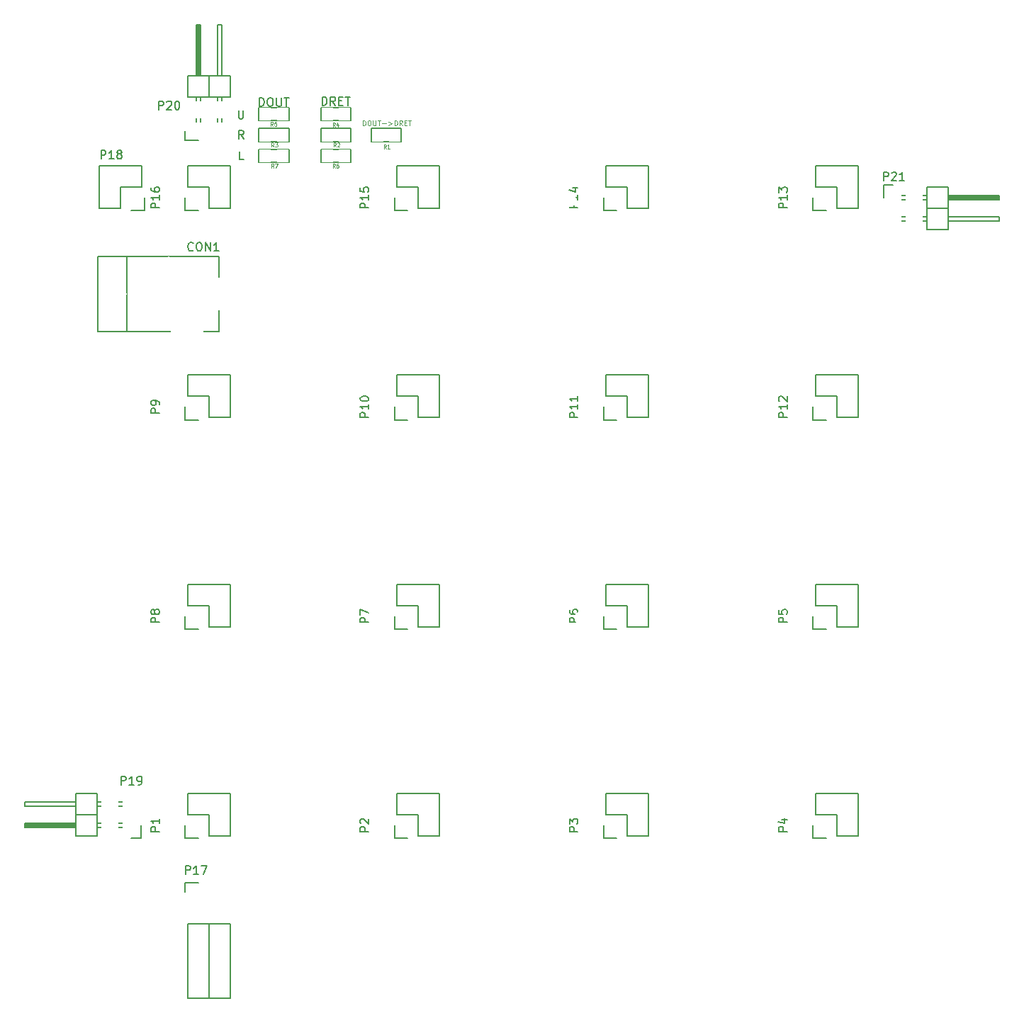
<source format=gto>
G04 #@! TF.FileFunction,Legend,Top*
%FSLAX46Y46*%
G04 Gerber Fmt 4.6, Leading zero omitted, Abs format (unit mm)*
G04 Created by KiCad (PCBNEW 4.0.1-stable) date 2016/01/09 18:54:27*
%MOMM*%
G01*
G04 APERTURE LIST*
%ADD10C,0.100000*%
%ADD11C,0.200000*%
%ADD12C,0.150000*%
%ADD13C,0.114300*%
%ADD14R,3.900120X3.900120*%
%ADD15R,2.127200X2.127200*%
%ADD16O,2.127200X2.127200*%
%ADD17C,4.900000*%
%ADD18R,1.400000X1.543000*%
%ADD19C,1.600000*%
%ADD20C,1.000000*%
G04 APERTURE END LIST*
D10*
X72142858Y-38871429D02*
X72142858Y-38271429D01*
X72285715Y-38271429D01*
X72371430Y-38300000D01*
X72428572Y-38357143D01*
X72457144Y-38414286D01*
X72485715Y-38528571D01*
X72485715Y-38614286D01*
X72457144Y-38728571D01*
X72428572Y-38785714D01*
X72371430Y-38842857D01*
X72285715Y-38871429D01*
X72142858Y-38871429D01*
X72857144Y-38271429D02*
X72971430Y-38271429D01*
X73028572Y-38300000D01*
X73085715Y-38357143D01*
X73114287Y-38471429D01*
X73114287Y-38671429D01*
X73085715Y-38785714D01*
X73028572Y-38842857D01*
X72971430Y-38871429D01*
X72857144Y-38871429D01*
X72800001Y-38842857D01*
X72742858Y-38785714D01*
X72714287Y-38671429D01*
X72714287Y-38471429D01*
X72742858Y-38357143D01*
X72800001Y-38300000D01*
X72857144Y-38271429D01*
X73371429Y-38271429D02*
X73371429Y-38757143D01*
X73400001Y-38814286D01*
X73428572Y-38842857D01*
X73485715Y-38871429D01*
X73600001Y-38871429D01*
X73657143Y-38842857D01*
X73685715Y-38814286D01*
X73714286Y-38757143D01*
X73714286Y-38271429D01*
X73914286Y-38271429D02*
X74257143Y-38271429D01*
X74085714Y-38871429D02*
X74085714Y-38271429D01*
X74457143Y-38642857D02*
X74914286Y-38642857D01*
X75200000Y-38471429D02*
X75657143Y-38642857D01*
X75200000Y-38814286D01*
X75942857Y-38871429D02*
X75942857Y-38271429D01*
X76085714Y-38271429D01*
X76171429Y-38300000D01*
X76228571Y-38357143D01*
X76257143Y-38414286D01*
X76285714Y-38528571D01*
X76285714Y-38614286D01*
X76257143Y-38728571D01*
X76228571Y-38785714D01*
X76171429Y-38842857D01*
X76085714Y-38871429D01*
X75942857Y-38871429D01*
X76885714Y-38871429D02*
X76685714Y-38585714D01*
X76542857Y-38871429D02*
X76542857Y-38271429D01*
X76771429Y-38271429D01*
X76828571Y-38300000D01*
X76857143Y-38328571D01*
X76885714Y-38385714D01*
X76885714Y-38471429D01*
X76857143Y-38528571D01*
X76828571Y-38557143D01*
X76771429Y-38585714D01*
X76542857Y-38585714D01*
X77142857Y-38557143D02*
X77342857Y-38557143D01*
X77428571Y-38871429D02*
X77142857Y-38871429D01*
X77142857Y-38271429D01*
X77428571Y-38271429D01*
X77600000Y-38271429D02*
X77942857Y-38271429D01*
X77771428Y-38871429D02*
X77771428Y-38271429D01*
D11*
X67304762Y-36452381D02*
X67304762Y-35452381D01*
X67542857Y-35452381D01*
X67685715Y-35500000D01*
X67780953Y-35595238D01*
X67828572Y-35690476D01*
X67876191Y-35880952D01*
X67876191Y-36023810D01*
X67828572Y-36214286D01*
X67780953Y-36309524D01*
X67685715Y-36404762D01*
X67542857Y-36452381D01*
X67304762Y-36452381D01*
X68876191Y-36452381D02*
X68542857Y-35976190D01*
X68304762Y-36452381D02*
X68304762Y-35452381D01*
X68685715Y-35452381D01*
X68780953Y-35500000D01*
X68828572Y-35547619D01*
X68876191Y-35642857D01*
X68876191Y-35785714D01*
X68828572Y-35880952D01*
X68780953Y-35928571D01*
X68685715Y-35976190D01*
X68304762Y-35976190D01*
X69304762Y-35928571D02*
X69638096Y-35928571D01*
X69780953Y-36452381D02*
X69304762Y-36452381D01*
X69304762Y-35452381D01*
X69780953Y-35452381D01*
X70066667Y-35452381D02*
X70638096Y-35452381D01*
X70352381Y-36452381D02*
X70352381Y-35452381D01*
X59809524Y-36552381D02*
X59809524Y-35552381D01*
X60047619Y-35552381D01*
X60190477Y-35600000D01*
X60285715Y-35695238D01*
X60333334Y-35790476D01*
X60380953Y-35980952D01*
X60380953Y-36123810D01*
X60333334Y-36314286D01*
X60285715Y-36409524D01*
X60190477Y-36504762D01*
X60047619Y-36552381D01*
X59809524Y-36552381D01*
X61000000Y-35552381D02*
X61190477Y-35552381D01*
X61285715Y-35600000D01*
X61380953Y-35695238D01*
X61428572Y-35885714D01*
X61428572Y-36219048D01*
X61380953Y-36409524D01*
X61285715Y-36504762D01*
X61190477Y-36552381D01*
X61000000Y-36552381D01*
X60904762Y-36504762D01*
X60809524Y-36409524D01*
X60761905Y-36219048D01*
X60761905Y-35885714D01*
X60809524Y-35695238D01*
X60904762Y-35600000D01*
X61000000Y-35552381D01*
X61857143Y-35552381D02*
X61857143Y-36361905D01*
X61904762Y-36457143D01*
X61952381Y-36504762D01*
X62047619Y-36552381D01*
X62238096Y-36552381D01*
X62333334Y-36504762D01*
X62380953Y-36457143D01*
X62428572Y-36361905D01*
X62428572Y-35552381D01*
X62761905Y-35552381D02*
X63333334Y-35552381D01*
X63047619Y-36552381D02*
X63047619Y-35552381D01*
X57909524Y-42952381D02*
X57433333Y-42952381D01*
X57433333Y-41952381D01*
X57909524Y-40452381D02*
X57576190Y-39976190D01*
X57338095Y-40452381D02*
X57338095Y-39452381D01*
X57719048Y-39452381D01*
X57814286Y-39500000D01*
X57861905Y-39547619D01*
X57909524Y-39642857D01*
X57909524Y-39785714D01*
X57861905Y-39880952D01*
X57814286Y-39928571D01*
X57719048Y-39976190D01*
X57338095Y-39976190D01*
X57314286Y-37052381D02*
X57314286Y-37861905D01*
X57361905Y-37957143D01*
X57409524Y-38004762D01*
X57504762Y-38052381D01*
X57695239Y-38052381D01*
X57790477Y-38004762D01*
X57838096Y-37957143D01*
X57885715Y-37861905D01*
X57885715Y-37052381D01*
D12*
X43999500Y-54499120D02*
X43999500Y-63500880D01*
X40499380Y-54499120D02*
X40499380Y-63500880D01*
X40499380Y-63500880D02*
X55000240Y-63500880D01*
X55000240Y-63500880D02*
X55000240Y-54499120D01*
X55000240Y-54499120D02*
X40499380Y-54499120D01*
X52500000Y-124050000D02*
X50950000Y-124050000D01*
X50950000Y-122500000D02*
X50950000Y-124050000D01*
X53770000Y-123770000D02*
X53770000Y-121230000D01*
X53770000Y-121230000D02*
X51230000Y-121230000D01*
X51230000Y-121230000D02*
X51230000Y-118690000D01*
X51230000Y-118690000D02*
X56310000Y-118690000D01*
X56310000Y-118690000D02*
X56310000Y-123770000D01*
X56310000Y-123770000D02*
X53770000Y-123770000D01*
X77500000Y-124050000D02*
X75950000Y-124050000D01*
X75950000Y-122500000D02*
X75950000Y-124050000D01*
X78770000Y-123770000D02*
X78770000Y-121230000D01*
X78770000Y-121230000D02*
X76230000Y-121230000D01*
X76230000Y-121230000D02*
X76230000Y-118690000D01*
X76230000Y-118690000D02*
X81310000Y-118690000D01*
X81310000Y-118690000D02*
X81310000Y-123770000D01*
X81310000Y-123770000D02*
X78770000Y-123770000D01*
X102500000Y-124050000D02*
X100950000Y-124050000D01*
X100950000Y-122500000D02*
X100950000Y-124050000D01*
X103770000Y-123770000D02*
X103770000Y-121230000D01*
X103770000Y-121230000D02*
X101230000Y-121230000D01*
X101230000Y-121230000D02*
X101230000Y-118690000D01*
X101230000Y-118690000D02*
X106310000Y-118690000D01*
X106310000Y-118690000D02*
X106310000Y-123770000D01*
X106310000Y-123770000D02*
X103770000Y-123770000D01*
X127500000Y-124050000D02*
X125950000Y-124050000D01*
X125950000Y-122500000D02*
X125950000Y-124050000D01*
X128770000Y-123770000D02*
X128770000Y-121230000D01*
X128770000Y-121230000D02*
X126230000Y-121230000D01*
X126230000Y-121230000D02*
X126230000Y-118690000D01*
X126230000Y-118690000D02*
X131310000Y-118690000D01*
X131310000Y-118690000D02*
X131310000Y-123770000D01*
X131310000Y-123770000D02*
X128770000Y-123770000D01*
X127500000Y-99050000D02*
X125950000Y-99050000D01*
X125950000Y-97500000D02*
X125950000Y-99050000D01*
X128770000Y-98770000D02*
X128770000Y-96230000D01*
X128770000Y-96230000D02*
X126230000Y-96230000D01*
X126230000Y-96230000D02*
X126230000Y-93690000D01*
X126230000Y-93690000D02*
X131310000Y-93690000D01*
X131310000Y-93690000D02*
X131310000Y-98770000D01*
X131310000Y-98770000D02*
X128770000Y-98770000D01*
X102500000Y-99050000D02*
X100950000Y-99050000D01*
X100950000Y-97500000D02*
X100950000Y-99050000D01*
X103770000Y-98770000D02*
X103770000Y-96230000D01*
X103770000Y-96230000D02*
X101230000Y-96230000D01*
X101230000Y-96230000D02*
X101230000Y-93690000D01*
X101230000Y-93690000D02*
X106310000Y-93690000D01*
X106310000Y-93690000D02*
X106310000Y-98770000D01*
X106310000Y-98770000D02*
X103770000Y-98770000D01*
X77500000Y-99050000D02*
X75950000Y-99050000D01*
X75950000Y-97500000D02*
X75950000Y-99050000D01*
X78770000Y-98770000D02*
X78770000Y-96230000D01*
X78770000Y-96230000D02*
X76230000Y-96230000D01*
X76230000Y-96230000D02*
X76230000Y-93690000D01*
X76230000Y-93690000D02*
X81310000Y-93690000D01*
X81310000Y-93690000D02*
X81310000Y-98770000D01*
X81310000Y-98770000D02*
X78770000Y-98770000D01*
X52500000Y-99050000D02*
X50950000Y-99050000D01*
X50950000Y-97500000D02*
X50950000Y-99050000D01*
X53770000Y-98770000D02*
X53770000Y-96230000D01*
X53770000Y-96230000D02*
X51230000Y-96230000D01*
X51230000Y-96230000D02*
X51230000Y-93690000D01*
X51230000Y-93690000D02*
X56310000Y-93690000D01*
X56310000Y-93690000D02*
X56310000Y-98770000D01*
X56310000Y-98770000D02*
X53770000Y-98770000D01*
X52500000Y-74050000D02*
X50950000Y-74050000D01*
X50950000Y-72500000D02*
X50950000Y-74050000D01*
X53770000Y-73770000D02*
X53770000Y-71230000D01*
X53770000Y-71230000D02*
X51230000Y-71230000D01*
X51230000Y-71230000D02*
X51230000Y-68690000D01*
X51230000Y-68690000D02*
X56310000Y-68690000D01*
X56310000Y-68690000D02*
X56310000Y-73770000D01*
X56310000Y-73770000D02*
X53770000Y-73770000D01*
X77500000Y-74050000D02*
X75950000Y-74050000D01*
X75950000Y-72500000D02*
X75950000Y-74050000D01*
X78770000Y-73770000D02*
X78770000Y-71230000D01*
X78770000Y-71230000D02*
X76230000Y-71230000D01*
X76230000Y-71230000D02*
X76230000Y-68690000D01*
X76230000Y-68690000D02*
X81310000Y-68690000D01*
X81310000Y-68690000D02*
X81310000Y-73770000D01*
X81310000Y-73770000D02*
X78770000Y-73770000D01*
X102500000Y-74050000D02*
X100950000Y-74050000D01*
X100950000Y-72500000D02*
X100950000Y-74050000D01*
X103770000Y-73770000D02*
X103770000Y-71230000D01*
X103770000Y-71230000D02*
X101230000Y-71230000D01*
X101230000Y-71230000D02*
X101230000Y-68690000D01*
X101230000Y-68690000D02*
X106310000Y-68690000D01*
X106310000Y-68690000D02*
X106310000Y-73770000D01*
X106310000Y-73770000D02*
X103770000Y-73770000D01*
X127500000Y-74050000D02*
X125950000Y-74050000D01*
X125950000Y-72500000D02*
X125950000Y-74050000D01*
X128770000Y-73770000D02*
X128770000Y-71230000D01*
X128770000Y-71230000D02*
X126230000Y-71230000D01*
X126230000Y-71230000D02*
X126230000Y-68690000D01*
X126230000Y-68690000D02*
X131310000Y-68690000D01*
X131310000Y-68690000D02*
X131310000Y-73770000D01*
X131310000Y-73770000D02*
X128770000Y-73770000D01*
X127500000Y-49050000D02*
X125950000Y-49050000D01*
X125950000Y-47500000D02*
X125950000Y-49050000D01*
X128770000Y-48770000D02*
X128770000Y-46230000D01*
X128770000Y-46230000D02*
X126230000Y-46230000D01*
X126230000Y-46230000D02*
X126230000Y-43690000D01*
X126230000Y-43690000D02*
X131310000Y-43690000D01*
X131310000Y-43690000D02*
X131310000Y-48770000D01*
X131310000Y-48770000D02*
X128770000Y-48770000D01*
X102500000Y-49050000D02*
X100950000Y-49050000D01*
X100950000Y-47500000D02*
X100950000Y-49050000D01*
X103770000Y-48770000D02*
X103770000Y-46230000D01*
X103770000Y-46230000D02*
X101230000Y-46230000D01*
X101230000Y-46230000D02*
X101230000Y-43690000D01*
X101230000Y-43690000D02*
X106310000Y-43690000D01*
X106310000Y-43690000D02*
X106310000Y-48770000D01*
X106310000Y-48770000D02*
X103770000Y-48770000D01*
X77500000Y-49050000D02*
X75950000Y-49050000D01*
X75950000Y-47500000D02*
X75950000Y-49050000D01*
X78770000Y-48770000D02*
X78770000Y-46230000D01*
X78770000Y-46230000D02*
X76230000Y-46230000D01*
X76230000Y-46230000D02*
X76230000Y-43690000D01*
X76230000Y-43690000D02*
X81310000Y-43690000D01*
X81310000Y-43690000D02*
X81310000Y-48770000D01*
X81310000Y-48770000D02*
X78770000Y-48770000D01*
X52500000Y-49050000D02*
X50950000Y-49050000D01*
X50950000Y-47500000D02*
X50950000Y-49050000D01*
X53770000Y-48770000D02*
X53770000Y-46230000D01*
X53770000Y-46230000D02*
X51230000Y-46230000D01*
X51230000Y-46230000D02*
X51230000Y-43690000D01*
X51230000Y-43690000D02*
X56310000Y-43690000D01*
X56310000Y-43690000D02*
X56310000Y-48770000D01*
X56310000Y-48770000D02*
X53770000Y-48770000D01*
X56310000Y-143140000D02*
X56310000Y-134310000D01*
X53770000Y-143140000D02*
X56310000Y-143140000D01*
X53770000Y-134310000D02*
X56310000Y-134310000D01*
X56310000Y-134310000D02*
X56310000Y-143140000D01*
X53770000Y-134310000D02*
X53770000Y-143140000D01*
X51230000Y-134310000D02*
X53770000Y-134310000D01*
X52500000Y-129350000D02*
X50950000Y-129350000D01*
X50950000Y-129350000D02*
X50950000Y-130500000D01*
X51230000Y-134310000D02*
X51230000Y-143140000D01*
X51230000Y-143140000D02*
X53770000Y-143140000D01*
X53770000Y-143140000D02*
X53770000Y-134310000D01*
X46050000Y-49050000D02*
X46050000Y-47500000D01*
X44500000Y-49050000D02*
X46050000Y-49050000D01*
X44500000Y-49050000D02*
X46050000Y-49050000D01*
X43230000Y-48770000D02*
X43230000Y-46230000D01*
X43230000Y-46230000D02*
X45770000Y-46230000D01*
X45770000Y-46230000D02*
X45770000Y-43690000D01*
X45770000Y-43690000D02*
X40690000Y-43690000D01*
X40690000Y-43690000D02*
X40690000Y-48770000D01*
X40690000Y-48770000D02*
X43230000Y-48770000D01*
X42976000Y-119706000D02*
X43484000Y-119706000D01*
X42976000Y-120214000D02*
X43484000Y-120214000D01*
X42976000Y-122246000D02*
X43484000Y-122246000D01*
X42976000Y-122754000D02*
X43484000Y-122754000D01*
X40436000Y-122754000D02*
X40944000Y-122754000D01*
X40436000Y-122246000D02*
X40944000Y-122246000D01*
X40436000Y-120214000D02*
X40944000Y-120214000D01*
X40436000Y-119706000D02*
X40944000Y-119706000D01*
X44500000Y-124050000D02*
X45650000Y-124050000D01*
X45650000Y-124050000D02*
X45650000Y-122500000D01*
X37896000Y-122627000D02*
X31927000Y-122627000D01*
X31927000Y-122627000D02*
X31927000Y-122373000D01*
X31927000Y-122373000D02*
X37769000Y-122373000D01*
X37769000Y-122373000D02*
X37769000Y-122500000D01*
X37769000Y-122500000D02*
X31927000Y-122500000D01*
X40436000Y-118690000D02*
X37896000Y-118690000D01*
X40436000Y-121230000D02*
X37896000Y-121230000D01*
X40436000Y-121230000D02*
X40436000Y-118690000D01*
X40436000Y-118690000D02*
X37896000Y-118690000D01*
X37896000Y-120214000D02*
X31800000Y-120214000D01*
X31800000Y-120214000D02*
X31800000Y-119706000D01*
X31800000Y-119706000D02*
X37896000Y-119706000D01*
X37896000Y-118690000D02*
X37896000Y-121230000D01*
X37896000Y-121230000D02*
X37896000Y-123770000D01*
X31800000Y-122246000D02*
X37896000Y-122246000D01*
X31800000Y-122754000D02*
X31800000Y-122246000D01*
X37896000Y-122754000D02*
X31800000Y-122754000D01*
X40436000Y-121230000D02*
X37896000Y-121230000D01*
X40436000Y-123770000D02*
X40436000Y-121230000D01*
X40436000Y-123770000D02*
X37896000Y-123770000D01*
X55294000Y-37976000D02*
X55294000Y-38484000D01*
X54786000Y-37976000D02*
X54786000Y-38484000D01*
X52754000Y-37976000D02*
X52754000Y-38484000D01*
X52246000Y-37976000D02*
X52246000Y-38484000D01*
X52246000Y-35436000D02*
X52246000Y-35944000D01*
X52754000Y-35436000D02*
X52754000Y-35944000D01*
X54786000Y-35436000D02*
X54786000Y-35944000D01*
X55294000Y-35436000D02*
X55294000Y-35944000D01*
X50950000Y-39500000D02*
X50950000Y-40650000D01*
X50950000Y-40650000D02*
X52500000Y-40650000D01*
X52373000Y-32896000D02*
X52373000Y-26927000D01*
X52373000Y-26927000D02*
X52627000Y-26927000D01*
X52627000Y-26927000D02*
X52627000Y-32769000D01*
X52627000Y-32769000D02*
X52500000Y-32769000D01*
X52500000Y-32769000D02*
X52500000Y-26927000D01*
X56310000Y-35436000D02*
X56310000Y-32896000D01*
X53770000Y-35436000D02*
X53770000Y-32896000D01*
X53770000Y-35436000D02*
X56310000Y-35436000D01*
X56310000Y-35436000D02*
X56310000Y-32896000D01*
X54786000Y-32896000D02*
X54786000Y-26800000D01*
X54786000Y-26800000D02*
X55294000Y-26800000D01*
X55294000Y-26800000D02*
X55294000Y-32896000D01*
X56310000Y-32896000D02*
X53770000Y-32896000D01*
X53770000Y-32896000D02*
X51230000Y-32896000D01*
X52754000Y-26800000D02*
X52754000Y-32896000D01*
X52246000Y-26800000D02*
X52754000Y-26800000D01*
X52246000Y-32896000D02*
X52246000Y-26800000D01*
X53770000Y-35436000D02*
X53770000Y-32896000D01*
X51230000Y-35436000D02*
X53770000Y-35436000D01*
X51230000Y-35436000D02*
X51230000Y-32896000D01*
X137024000Y-50294000D02*
X136516000Y-50294000D01*
X137024000Y-49786000D02*
X136516000Y-49786000D01*
X137024000Y-47754000D02*
X136516000Y-47754000D01*
X137024000Y-47246000D02*
X136516000Y-47246000D01*
X139564000Y-47246000D02*
X139056000Y-47246000D01*
X139564000Y-47754000D02*
X139056000Y-47754000D01*
X139564000Y-49786000D02*
X139056000Y-49786000D01*
X139564000Y-50294000D02*
X139056000Y-50294000D01*
X135500000Y-45950000D02*
X134350000Y-45950000D01*
X134350000Y-45950000D02*
X134350000Y-47500000D01*
X142104000Y-47373000D02*
X148073000Y-47373000D01*
X148073000Y-47373000D02*
X148073000Y-47627000D01*
X148073000Y-47627000D02*
X142231000Y-47627000D01*
X142231000Y-47627000D02*
X142231000Y-47500000D01*
X142231000Y-47500000D02*
X148073000Y-47500000D01*
X139564000Y-51310000D02*
X142104000Y-51310000D01*
X139564000Y-48770000D02*
X142104000Y-48770000D01*
X139564000Y-48770000D02*
X139564000Y-51310000D01*
X139564000Y-51310000D02*
X142104000Y-51310000D01*
X142104000Y-49786000D02*
X148200000Y-49786000D01*
X148200000Y-49786000D02*
X148200000Y-50294000D01*
X148200000Y-50294000D02*
X142104000Y-50294000D01*
X142104000Y-51310000D02*
X142104000Y-48770000D01*
X142104000Y-48770000D02*
X142104000Y-46230000D01*
X148200000Y-47754000D02*
X142104000Y-47754000D01*
X148200000Y-47246000D02*
X148200000Y-47754000D01*
X142104000Y-47246000D02*
X148200000Y-47246000D01*
X139564000Y-48770000D02*
X142104000Y-48770000D01*
X139564000Y-46230000D02*
X139564000Y-48770000D01*
X139564000Y-46230000D02*
X142104000Y-46230000D01*
X76750000Y-40800000D02*
X73150000Y-40800000D01*
X73150000Y-40800000D02*
X73150000Y-39200000D01*
X73150000Y-39200000D02*
X76750000Y-39200000D01*
X76750000Y-39200000D02*
X76750000Y-40800000D01*
X70750000Y-40800000D02*
X67150000Y-40800000D01*
X67150000Y-40800000D02*
X67150000Y-39200000D01*
X67150000Y-39200000D02*
X70750000Y-39200000D01*
X70750000Y-39200000D02*
X70750000Y-40800000D01*
X59750000Y-39200000D02*
X63350000Y-39200000D01*
X63350000Y-39200000D02*
X63350000Y-40800000D01*
X63350000Y-40800000D02*
X59750000Y-40800000D01*
X59750000Y-40800000D02*
X59750000Y-39200000D01*
X70750000Y-38300000D02*
X67150000Y-38300000D01*
X67150000Y-38300000D02*
X67150000Y-36700000D01*
X67150000Y-36700000D02*
X70750000Y-36700000D01*
X70750000Y-36700000D02*
X70750000Y-38300000D01*
X59750000Y-36700000D02*
X63350000Y-36700000D01*
X63350000Y-36700000D02*
X63350000Y-38300000D01*
X63350000Y-38300000D02*
X59750000Y-38300000D01*
X59750000Y-38300000D02*
X59750000Y-36700000D01*
X70750000Y-43300000D02*
X67150000Y-43300000D01*
X67150000Y-43300000D02*
X67150000Y-41700000D01*
X67150000Y-41700000D02*
X70750000Y-41700000D01*
X70750000Y-41700000D02*
X70750000Y-43300000D01*
X59750000Y-41700000D02*
X63350000Y-41700000D01*
X63350000Y-41700000D02*
X63350000Y-43300000D01*
X63350000Y-43300000D02*
X59750000Y-43300000D01*
X59750000Y-43300000D02*
X59750000Y-41700000D01*
X51885715Y-53757143D02*
X51838096Y-53804762D01*
X51695239Y-53852381D01*
X51600001Y-53852381D01*
X51457143Y-53804762D01*
X51361905Y-53709524D01*
X51314286Y-53614286D01*
X51266667Y-53423810D01*
X51266667Y-53280952D01*
X51314286Y-53090476D01*
X51361905Y-52995238D01*
X51457143Y-52900000D01*
X51600001Y-52852381D01*
X51695239Y-52852381D01*
X51838096Y-52900000D01*
X51885715Y-52947619D01*
X52504762Y-52852381D02*
X52695239Y-52852381D01*
X52790477Y-52900000D01*
X52885715Y-52995238D01*
X52933334Y-53185714D01*
X52933334Y-53519048D01*
X52885715Y-53709524D01*
X52790477Y-53804762D01*
X52695239Y-53852381D01*
X52504762Y-53852381D01*
X52409524Y-53804762D01*
X52314286Y-53709524D01*
X52266667Y-53519048D01*
X52266667Y-53185714D01*
X52314286Y-52995238D01*
X52409524Y-52900000D01*
X52504762Y-52852381D01*
X53361905Y-53852381D02*
X53361905Y-52852381D01*
X53933334Y-53852381D01*
X53933334Y-52852381D01*
X54933334Y-53852381D02*
X54361905Y-53852381D01*
X54647619Y-53852381D02*
X54647619Y-52852381D01*
X54552381Y-52995238D01*
X54457143Y-53090476D01*
X54361905Y-53138095D01*
X47852381Y-123238095D02*
X46852381Y-123238095D01*
X46852381Y-122857142D01*
X46900000Y-122761904D01*
X46947619Y-122714285D01*
X47042857Y-122666666D01*
X47185714Y-122666666D01*
X47280952Y-122714285D01*
X47328571Y-122761904D01*
X47376190Y-122857142D01*
X47376190Y-123238095D01*
X47852381Y-121714285D02*
X47852381Y-122285714D01*
X47852381Y-122000000D02*
X46852381Y-122000000D01*
X46995238Y-122095238D01*
X47090476Y-122190476D01*
X47138095Y-122285714D01*
X72852381Y-123238095D02*
X71852381Y-123238095D01*
X71852381Y-122857142D01*
X71900000Y-122761904D01*
X71947619Y-122714285D01*
X72042857Y-122666666D01*
X72185714Y-122666666D01*
X72280952Y-122714285D01*
X72328571Y-122761904D01*
X72376190Y-122857142D01*
X72376190Y-123238095D01*
X71947619Y-122285714D02*
X71900000Y-122238095D01*
X71852381Y-122142857D01*
X71852381Y-121904761D01*
X71900000Y-121809523D01*
X71947619Y-121761904D01*
X72042857Y-121714285D01*
X72138095Y-121714285D01*
X72280952Y-121761904D01*
X72852381Y-122333333D01*
X72852381Y-121714285D01*
X97852381Y-123238095D02*
X96852381Y-123238095D01*
X96852381Y-122857142D01*
X96900000Y-122761904D01*
X96947619Y-122714285D01*
X97042857Y-122666666D01*
X97185714Y-122666666D01*
X97280952Y-122714285D01*
X97328571Y-122761904D01*
X97376190Y-122857142D01*
X97376190Y-123238095D01*
X96852381Y-122333333D02*
X96852381Y-121714285D01*
X97233333Y-122047619D01*
X97233333Y-121904761D01*
X97280952Y-121809523D01*
X97328571Y-121761904D01*
X97423810Y-121714285D01*
X97661905Y-121714285D01*
X97757143Y-121761904D01*
X97804762Y-121809523D01*
X97852381Y-121904761D01*
X97852381Y-122190476D01*
X97804762Y-122285714D01*
X97757143Y-122333333D01*
X122852381Y-123238095D02*
X121852381Y-123238095D01*
X121852381Y-122857142D01*
X121900000Y-122761904D01*
X121947619Y-122714285D01*
X122042857Y-122666666D01*
X122185714Y-122666666D01*
X122280952Y-122714285D01*
X122328571Y-122761904D01*
X122376190Y-122857142D01*
X122376190Y-123238095D01*
X122185714Y-121809523D02*
X122852381Y-121809523D01*
X121804762Y-122047619D02*
X122519048Y-122285714D01*
X122519048Y-121666666D01*
X122852381Y-98238095D02*
X121852381Y-98238095D01*
X121852381Y-97857142D01*
X121900000Y-97761904D01*
X121947619Y-97714285D01*
X122042857Y-97666666D01*
X122185714Y-97666666D01*
X122280952Y-97714285D01*
X122328571Y-97761904D01*
X122376190Y-97857142D01*
X122376190Y-98238095D01*
X121852381Y-96761904D02*
X121852381Y-97238095D01*
X122328571Y-97285714D01*
X122280952Y-97238095D01*
X122233333Y-97142857D01*
X122233333Y-96904761D01*
X122280952Y-96809523D01*
X122328571Y-96761904D01*
X122423810Y-96714285D01*
X122661905Y-96714285D01*
X122757143Y-96761904D01*
X122804762Y-96809523D01*
X122852381Y-96904761D01*
X122852381Y-97142857D01*
X122804762Y-97238095D01*
X122757143Y-97285714D01*
X97852381Y-98238095D02*
X96852381Y-98238095D01*
X96852381Y-97857142D01*
X96900000Y-97761904D01*
X96947619Y-97714285D01*
X97042857Y-97666666D01*
X97185714Y-97666666D01*
X97280952Y-97714285D01*
X97328571Y-97761904D01*
X97376190Y-97857142D01*
X97376190Y-98238095D01*
X96852381Y-96809523D02*
X96852381Y-97000000D01*
X96900000Y-97095238D01*
X96947619Y-97142857D01*
X97090476Y-97238095D01*
X97280952Y-97285714D01*
X97661905Y-97285714D01*
X97757143Y-97238095D01*
X97804762Y-97190476D01*
X97852381Y-97095238D01*
X97852381Y-96904761D01*
X97804762Y-96809523D01*
X97757143Y-96761904D01*
X97661905Y-96714285D01*
X97423810Y-96714285D01*
X97328571Y-96761904D01*
X97280952Y-96809523D01*
X97233333Y-96904761D01*
X97233333Y-97095238D01*
X97280952Y-97190476D01*
X97328571Y-97238095D01*
X97423810Y-97285714D01*
X72852381Y-98238095D02*
X71852381Y-98238095D01*
X71852381Y-97857142D01*
X71900000Y-97761904D01*
X71947619Y-97714285D01*
X72042857Y-97666666D01*
X72185714Y-97666666D01*
X72280952Y-97714285D01*
X72328571Y-97761904D01*
X72376190Y-97857142D01*
X72376190Y-98238095D01*
X71852381Y-97333333D02*
X71852381Y-96666666D01*
X72852381Y-97095238D01*
X47852381Y-98238095D02*
X46852381Y-98238095D01*
X46852381Y-97857142D01*
X46900000Y-97761904D01*
X46947619Y-97714285D01*
X47042857Y-97666666D01*
X47185714Y-97666666D01*
X47280952Y-97714285D01*
X47328571Y-97761904D01*
X47376190Y-97857142D01*
X47376190Y-98238095D01*
X47280952Y-97095238D02*
X47233333Y-97190476D01*
X47185714Y-97238095D01*
X47090476Y-97285714D01*
X47042857Y-97285714D01*
X46947619Y-97238095D01*
X46900000Y-97190476D01*
X46852381Y-97095238D01*
X46852381Y-96904761D01*
X46900000Y-96809523D01*
X46947619Y-96761904D01*
X47042857Y-96714285D01*
X47090476Y-96714285D01*
X47185714Y-96761904D01*
X47233333Y-96809523D01*
X47280952Y-96904761D01*
X47280952Y-97095238D01*
X47328571Y-97190476D01*
X47376190Y-97238095D01*
X47471429Y-97285714D01*
X47661905Y-97285714D01*
X47757143Y-97238095D01*
X47804762Y-97190476D01*
X47852381Y-97095238D01*
X47852381Y-96904761D01*
X47804762Y-96809523D01*
X47757143Y-96761904D01*
X47661905Y-96714285D01*
X47471429Y-96714285D01*
X47376190Y-96761904D01*
X47328571Y-96809523D01*
X47280952Y-96904761D01*
X47852381Y-73238095D02*
X46852381Y-73238095D01*
X46852381Y-72857142D01*
X46900000Y-72761904D01*
X46947619Y-72714285D01*
X47042857Y-72666666D01*
X47185714Y-72666666D01*
X47280952Y-72714285D01*
X47328571Y-72761904D01*
X47376190Y-72857142D01*
X47376190Y-73238095D01*
X47852381Y-72190476D02*
X47852381Y-72000000D01*
X47804762Y-71904761D01*
X47757143Y-71857142D01*
X47614286Y-71761904D01*
X47423810Y-71714285D01*
X47042857Y-71714285D01*
X46947619Y-71761904D01*
X46900000Y-71809523D01*
X46852381Y-71904761D01*
X46852381Y-72095238D01*
X46900000Y-72190476D01*
X46947619Y-72238095D01*
X47042857Y-72285714D01*
X47280952Y-72285714D01*
X47376190Y-72238095D01*
X47423810Y-72190476D01*
X47471429Y-72095238D01*
X47471429Y-71904761D01*
X47423810Y-71809523D01*
X47376190Y-71761904D01*
X47280952Y-71714285D01*
X72852381Y-73714286D02*
X71852381Y-73714286D01*
X71852381Y-73333333D01*
X71900000Y-73238095D01*
X71947619Y-73190476D01*
X72042857Y-73142857D01*
X72185714Y-73142857D01*
X72280952Y-73190476D01*
X72328571Y-73238095D01*
X72376190Y-73333333D01*
X72376190Y-73714286D01*
X72852381Y-72190476D02*
X72852381Y-72761905D01*
X72852381Y-72476191D02*
X71852381Y-72476191D01*
X71995238Y-72571429D01*
X72090476Y-72666667D01*
X72138095Y-72761905D01*
X71852381Y-71571429D02*
X71852381Y-71476190D01*
X71900000Y-71380952D01*
X71947619Y-71333333D01*
X72042857Y-71285714D01*
X72233333Y-71238095D01*
X72471429Y-71238095D01*
X72661905Y-71285714D01*
X72757143Y-71333333D01*
X72804762Y-71380952D01*
X72852381Y-71476190D01*
X72852381Y-71571429D01*
X72804762Y-71666667D01*
X72757143Y-71714286D01*
X72661905Y-71761905D01*
X72471429Y-71809524D01*
X72233333Y-71809524D01*
X72042857Y-71761905D01*
X71947619Y-71714286D01*
X71900000Y-71666667D01*
X71852381Y-71571429D01*
X97852381Y-73714286D02*
X96852381Y-73714286D01*
X96852381Y-73333333D01*
X96900000Y-73238095D01*
X96947619Y-73190476D01*
X97042857Y-73142857D01*
X97185714Y-73142857D01*
X97280952Y-73190476D01*
X97328571Y-73238095D01*
X97376190Y-73333333D01*
X97376190Y-73714286D01*
X97852381Y-72190476D02*
X97852381Y-72761905D01*
X97852381Y-72476191D02*
X96852381Y-72476191D01*
X96995238Y-72571429D01*
X97090476Y-72666667D01*
X97138095Y-72761905D01*
X97852381Y-71238095D02*
X97852381Y-71809524D01*
X97852381Y-71523810D02*
X96852381Y-71523810D01*
X96995238Y-71619048D01*
X97090476Y-71714286D01*
X97138095Y-71809524D01*
X122852381Y-73714286D02*
X121852381Y-73714286D01*
X121852381Y-73333333D01*
X121900000Y-73238095D01*
X121947619Y-73190476D01*
X122042857Y-73142857D01*
X122185714Y-73142857D01*
X122280952Y-73190476D01*
X122328571Y-73238095D01*
X122376190Y-73333333D01*
X122376190Y-73714286D01*
X122852381Y-72190476D02*
X122852381Y-72761905D01*
X122852381Y-72476191D02*
X121852381Y-72476191D01*
X121995238Y-72571429D01*
X122090476Y-72666667D01*
X122138095Y-72761905D01*
X121947619Y-71809524D02*
X121900000Y-71761905D01*
X121852381Y-71666667D01*
X121852381Y-71428571D01*
X121900000Y-71333333D01*
X121947619Y-71285714D01*
X122042857Y-71238095D01*
X122138095Y-71238095D01*
X122280952Y-71285714D01*
X122852381Y-71857143D01*
X122852381Y-71238095D01*
X122852381Y-48714286D02*
X121852381Y-48714286D01*
X121852381Y-48333333D01*
X121900000Y-48238095D01*
X121947619Y-48190476D01*
X122042857Y-48142857D01*
X122185714Y-48142857D01*
X122280952Y-48190476D01*
X122328571Y-48238095D01*
X122376190Y-48333333D01*
X122376190Y-48714286D01*
X122852381Y-47190476D02*
X122852381Y-47761905D01*
X122852381Y-47476191D02*
X121852381Y-47476191D01*
X121995238Y-47571429D01*
X122090476Y-47666667D01*
X122138095Y-47761905D01*
X121852381Y-46857143D02*
X121852381Y-46238095D01*
X122233333Y-46571429D01*
X122233333Y-46428571D01*
X122280952Y-46333333D01*
X122328571Y-46285714D01*
X122423810Y-46238095D01*
X122661905Y-46238095D01*
X122757143Y-46285714D01*
X122804762Y-46333333D01*
X122852381Y-46428571D01*
X122852381Y-46714286D01*
X122804762Y-46809524D01*
X122757143Y-46857143D01*
X97852381Y-48714286D02*
X96852381Y-48714286D01*
X96852381Y-48333333D01*
X96900000Y-48238095D01*
X96947619Y-48190476D01*
X97042857Y-48142857D01*
X97185714Y-48142857D01*
X97280952Y-48190476D01*
X97328571Y-48238095D01*
X97376190Y-48333333D01*
X97376190Y-48714286D01*
X97852381Y-47190476D02*
X97852381Y-47761905D01*
X97852381Y-47476191D02*
X96852381Y-47476191D01*
X96995238Y-47571429D01*
X97090476Y-47666667D01*
X97138095Y-47761905D01*
X97185714Y-46333333D02*
X97852381Y-46333333D01*
X96804762Y-46571429D02*
X97519048Y-46809524D01*
X97519048Y-46190476D01*
X72852381Y-48714286D02*
X71852381Y-48714286D01*
X71852381Y-48333333D01*
X71900000Y-48238095D01*
X71947619Y-48190476D01*
X72042857Y-48142857D01*
X72185714Y-48142857D01*
X72280952Y-48190476D01*
X72328571Y-48238095D01*
X72376190Y-48333333D01*
X72376190Y-48714286D01*
X72852381Y-47190476D02*
X72852381Y-47761905D01*
X72852381Y-47476191D02*
X71852381Y-47476191D01*
X71995238Y-47571429D01*
X72090476Y-47666667D01*
X72138095Y-47761905D01*
X71852381Y-46285714D02*
X71852381Y-46761905D01*
X72328571Y-46809524D01*
X72280952Y-46761905D01*
X72233333Y-46666667D01*
X72233333Y-46428571D01*
X72280952Y-46333333D01*
X72328571Y-46285714D01*
X72423810Y-46238095D01*
X72661905Y-46238095D01*
X72757143Y-46285714D01*
X72804762Y-46333333D01*
X72852381Y-46428571D01*
X72852381Y-46666667D01*
X72804762Y-46761905D01*
X72757143Y-46809524D01*
X47852381Y-48714286D02*
X46852381Y-48714286D01*
X46852381Y-48333333D01*
X46900000Y-48238095D01*
X46947619Y-48190476D01*
X47042857Y-48142857D01*
X47185714Y-48142857D01*
X47280952Y-48190476D01*
X47328571Y-48238095D01*
X47376190Y-48333333D01*
X47376190Y-48714286D01*
X47852381Y-47190476D02*
X47852381Y-47761905D01*
X47852381Y-47476191D02*
X46852381Y-47476191D01*
X46995238Y-47571429D01*
X47090476Y-47666667D01*
X47138095Y-47761905D01*
X46852381Y-46333333D02*
X46852381Y-46523810D01*
X46900000Y-46619048D01*
X46947619Y-46666667D01*
X47090476Y-46761905D01*
X47280952Y-46809524D01*
X47661905Y-46809524D01*
X47757143Y-46761905D01*
X47804762Y-46714286D01*
X47852381Y-46619048D01*
X47852381Y-46428571D01*
X47804762Y-46333333D01*
X47757143Y-46285714D01*
X47661905Y-46238095D01*
X47423810Y-46238095D01*
X47328571Y-46285714D01*
X47280952Y-46333333D01*
X47233333Y-46428571D01*
X47233333Y-46619048D01*
X47280952Y-46714286D01*
X47328571Y-46761905D01*
X47423810Y-46809524D01*
X50985714Y-128352381D02*
X50985714Y-127352381D01*
X51366667Y-127352381D01*
X51461905Y-127400000D01*
X51509524Y-127447619D01*
X51557143Y-127542857D01*
X51557143Y-127685714D01*
X51509524Y-127780952D01*
X51461905Y-127828571D01*
X51366667Y-127876190D01*
X50985714Y-127876190D01*
X52509524Y-128352381D02*
X51938095Y-128352381D01*
X52223809Y-128352381D02*
X52223809Y-127352381D01*
X52128571Y-127495238D01*
X52033333Y-127590476D01*
X51938095Y-127638095D01*
X52842857Y-127352381D02*
X53509524Y-127352381D01*
X53080952Y-128352381D01*
X40885714Y-42852381D02*
X40885714Y-41852381D01*
X41266667Y-41852381D01*
X41361905Y-41900000D01*
X41409524Y-41947619D01*
X41457143Y-42042857D01*
X41457143Y-42185714D01*
X41409524Y-42280952D01*
X41361905Y-42328571D01*
X41266667Y-42376190D01*
X40885714Y-42376190D01*
X42409524Y-42852381D02*
X41838095Y-42852381D01*
X42123809Y-42852381D02*
X42123809Y-41852381D01*
X42028571Y-41995238D01*
X41933333Y-42090476D01*
X41838095Y-42138095D01*
X42980952Y-42280952D02*
X42885714Y-42233333D01*
X42838095Y-42185714D01*
X42790476Y-42090476D01*
X42790476Y-42042857D01*
X42838095Y-41947619D01*
X42885714Y-41900000D01*
X42980952Y-41852381D01*
X43171429Y-41852381D01*
X43266667Y-41900000D01*
X43314286Y-41947619D01*
X43361905Y-42042857D01*
X43361905Y-42090476D01*
X43314286Y-42185714D01*
X43266667Y-42233333D01*
X43171429Y-42280952D01*
X42980952Y-42280952D01*
X42885714Y-42328571D01*
X42838095Y-42376190D01*
X42790476Y-42471429D01*
X42790476Y-42661905D01*
X42838095Y-42757143D01*
X42885714Y-42804762D01*
X42980952Y-42852381D01*
X43171429Y-42852381D01*
X43266667Y-42804762D01*
X43314286Y-42757143D01*
X43361905Y-42661905D01*
X43361905Y-42471429D01*
X43314286Y-42376190D01*
X43266667Y-42328571D01*
X43171429Y-42280952D01*
X43285714Y-117652381D02*
X43285714Y-116652381D01*
X43666667Y-116652381D01*
X43761905Y-116700000D01*
X43809524Y-116747619D01*
X43857143Y-116842857D01*
X43857143Y-116985714D01*
X43809524Y-117080952D01*
X43761905Y-117128571D01*
X43666667Y-117176190D01*
X43285714Y-117176190D01*
X44809524Y-117652381D02*
X44238095Y-117652381D01*
X44523809Y-117652381D02*
X44523809Y-116652381D01*
X44428571Y-116795238D01*
X44333333Y-116890476D01*
X44238095Y-116938095D01*
X45285714Y-117652381D02*
X45476190Y-117652381D01*
X45571429Y-117604762D01*
X45619048Y-117557143D01*
X45714286Y-117414286D01*
X45761905Y-117223810D01*
X45761905Y-116842857D01*
X45714286Y-116747619D01*
X45666667Y-116700000D01*
X45571429Y-116652381D01*
X45380952Y-116652381D01*
X45285714Y-116700000D01*
X45238095Y-116747619D01*
X45190476Y-116842857D01*
X45190476Y-117080952D01*
X45238095Y-117176190D01*
X45285714Y-117223810D01*
X45380952Y-117271429D01*
X45571429Y-117271429D01*
X45666667Y-117223810D01*
X45714286Y-117176190D01*
X45761905Y-117080952D01*
X47785714Y-36952381D02*
X47785714Y-35952381D01*
X48166667Y-35952381D01*
X48261905Y-36000000D01*
X48309524Y-36047619D01*
X48357143Y-36142857D01*
X48357143Y-36285714D01*
X48309524Y-36380952D01*
X48261905Y-36428571D01*
X48166667Y-36476190D01*
X47785714Y-36476190D01*
X48738095Y-36047619D02*
X48785714Y-36000000D01*
X48880952Y-35952381D01*
X49119048Y-35952381D01*
X49214286Y-36000000D01*
X49261905Y-36047619D01*
X49309524Y-36142857D01*
X49309524Y-36238095D01*
X49261905Y-36380952D01*
X48690476Y-36952381D01*
X49309524Y-36952381D01*
X49928571Y-35952381D02*
X50023810Y-35952381D01*
X50119048Y-36000000D01*
X50166667Y-36047619D01*
X50214286Y-36142857D01*
X50261905Y-36333333D01*
X50261905Y-36571429D01*
X50214286Y-36761905D01*
X50166667Y-36857143D01*
X50119048Y-36904762D01*
X50023810Y-36952381D01*
X49928571Y-36952381D01*
X49833333Y-36904762D01*
X49785714Y-36857143D01*
X49738095Y-36761905D01*
X49690476Y-36571429D01*
X49690476Y-36333333D01*
X49738095Y-36142857D01*
X49785714Y-36047619D01*
X49833333Y-36000000D01*
X49928571Y-35952381D01*
X134385714Y-45452381D02*
X134385714Y-44452381D01*
X134766667Y-44452381D01*
X134861905Y-44500000D01*
X134909524Y-44547619D01*
X134957143Y-44642857D01*
X134957143Y-44785714D01*
X134909524Y-44880952D01*
X134861905Y-44928571D01*
X134766667Y-44976190D01*
X134385714Y-44976190D01*
X135338095Y-44547619D02*
X135385714Y-44500000D01*
X135480952Y-44452381D01*
X135719048Y-44452381D01*
X135814286Y-44500000D01*
X135861905Y-44547619D01*
X135909524Y-44642857D01*
X135909524Y-44738095D01*
X135861905Y-44880952D01*
X135290476Y-45452381D01*
X135909524Y-45452381D01*
X136861905Y-45452381D02*
X136290476Y-45452381D01*
X136576190Y-45452381D02*
X136576190Y-44452381D01*
X136480952Y-44595238D01*
X136385714Y-44690476D01*
X136290476Y-44738095D01*
D13*
X74923800Y-41629810D02*
X74771400Y-41387905D01*
X74662543Y-41629810D02*
X74662543Y-41121810D01*
X74836715Y-41121810D01*
X74880257Y-41146000D01*
X74902029Y-41170190D01*
X74923800Y-41218571D01*
X74923800Y-41291143D01*
X74902029Y-41339524D01*
X74880257Y-41363714D01*
X74836715Y-41387905D01*
X74662543Y-41387905D01*
X75359229Y-41629810D02*
X75097972Y-41629810D01*
X75228600Y-41629810D02*
X75228600Y-41121810D01*
X75185057Y-41194381D01*
X75141515Y-41242762D01*
X75097972Y-41266952D01*
X68923800Y-41429810D02*
X68771400Y-41187905D01*
X68662543Y-41429810D02*
X68662543Y-40921810D01*
X68836715Y-40921810D01*
X68880257Y-40946000D01*
X68902029Y-40970190D01*
X68923800Y-41018571D01*
X68923800Y-41091143D01*
X68902029Y-41139524D01*
X68880257Y-41163714D01*
X68836715Y-41187905D01*
X68662543Y-41187905D01*
X69097972Y-40970190D02*
X69119743Y-40946000D01*
X69163286Y-40921810D01*
X69272143Y-40921810D01*
X69315686Y-40946000D01*
X69337457Y-40970190D01*
X69359229Y-41018571D01*
X69359229Y-41066952D01*
X69337457Y-41139524D01*
X69076200Y-41429810D01*
X69359229Y-41429810D01*
X61523800Y-41429810D02*
X61371400Y-41187905D01*
X61262543Y-41429810D02*
X61262543Y-40921810D01*
X61436715Y-40921810D01*
X61480257Y-40946000D01*
X61502029Y-40970190D01*
X61523800Y-41018571D01*
X61523800Y-41091143D01*
X61502029Y-41139524D01*
X61480257Y-41163714D01*
X61436715Y-41187905D01*
X61262543Y-41187905D01*
X61676200Y-40921810D02*
X61959229Y-40921810D01*
X61806829Y-41115333D01*
X61872143Y-41115333D01*
X61915686Y-41139524D01*
X61937457Y-41163714D01*
X61959229Y-41212095D01*
X61959229Y-41333048D01*
X61937457Y-41381429D01*
X61915686Y-41405619D01*
X61872143Y-41429810D01*
X61741515Y-41429810D01*
X61697972Y-41405619D01*
X61676200Y-41381429D01*
X68823800Y-39029810D02*
X68671400Y-38787905D01*
X68562543Y-39029810D02*
X68562543Y-38521810D01*
X68736715Y-38521810D01*
X68780257Y-38546000D01*
X68802029Y-38570190D01*
X68823800Y-38618571D01*
X68823800Y-38691143D01*
X68802029Y-38739524D01*
X68780257Y-38763714D01*
X68736715Y-38787905D01*
X68562543Y-38787905D01*
X69215686Y-38691143D02*
X69215686Y-39029810D01*
X69106829Y-38497619D02*
X68997972Y-38860476D01*
X69281000Y-38860476D01*
X61423800Y-38929810D02*
X61271400Y-38687905D01*
X61162543Y-38929810D02*
X61162543Y-38421810D01*
X61336715Y-38421810D01*
X61380257Y-38446000D01*
X61402029Y-38470190D01*
X61423800Y-38518571D01*
X61423800Y-38591143D01*
X61402029Y-38639524D01*
X61380257Y-38663714D01*
X61336715Y-38687905D01*
X61162543Y-38687905D01*
X61837457Y-38421810D02*
X61619743Y-38421810D01*
X61597972Y-38663714D01*
X61619743Y-38639524D01*
X61663286Y-38615333D01*
X61772143Y-38615333D01*
X61815686Y-38639524D01*
X61837457Y-38663714D01*
X61859229Y-38712095D01*
X61859229Y-38833048D01*
X61837457Y-38881429D01*
X61815686Y-38905619D01*
X61772143Y-38929810D01*
X61663286Y-38929810D01*
X61619743Y-38905619D01*
X61597972Y-38881429D01*
X68823800Y-43929810D02*
X68671400Y-43687905D01*
X68562543Y-43929810D02*
X68562543Y-43421810D01*
X68736715Y-43421810D01*
X68780257Y-43446000D01*
X68802029Y-43470190D01*
X68823800Y-43518571D01*
X68823800Y-43591143D01*
X68802029Y-43639524D01*
X68780257Y-43663714D01*
X68736715Y-43687905D01*
X68562543Y-43687905D01*
X69215686Y-43421810D02*
X69128600Y-43421810D01*
X69085057Y-43446000D01*
X69063286Y-43470190D01*
X69019743Y-43542762D01*
X68997972Y-43639524D01*
X68997972Y-43833048D01*
X69019743Y-43881429D01*
X69041515Y-43905619D01*
X69085057Y-43929810D01*
X69172143Y-43929810D01*
X69215686Y-43905619D01*
X69237457Y-43881429D01*
X69259229Y-43833048D01*
X69259229Y-43712095D01*
X69237457Y-43663714D01*
X69215686Y-43639524D01*
X69172143Y-43615333D01*
X69085057Y-43615333D01*
X69041515Y-43639524D01*
X69019743Y-43663714D01*
X68997972Y-43712095D01*
X61523800Y-43929810D02*
X61371400Y-43687905D01*
X61262543Y-43929810D02*
X61262543Y-43421810D01*
X61436715Y-43421810D01*
X61480257Y-43446000D01*
X61502029Y-43470190D01*
X61523800Y-43518571D01*
X61523800Y-43591143D01*
X61502029Y-43639524D01*
X61480257Y-43663714D01*
X61436715Y-43687905D01*
X61262543Y-43687905D01*
X61676200Y-43421810D02*
X61981000Y-43421810D01*
X61785057Y-43929810D01*
%LPC*%
D14*
X54200140Y-59000000D03*
X48200660Y-59000000D03*
X51200400Y-63699000D03*
D15*
X52500000Y-122500000D03*
D16*
X52500000Y-119960000D03*
X55040000Y-122500000D03*
X55040000Y-119960000D03*
D15*
X77500000Y-122500000D03*
D16*
X77500000Y-119960000D03*
X80040000Y-122500000D03*
X80040000Y-119960000D03*
D15*
X102500000Y-122500000D03*
D16*
X102500000Y-119960000D03*
X105040000Y-122500000D03*
X105040000Y-119960000D03*
D15*
X127500000Y-122500000D03*
D16*
X127500000Y-119960000D03*
X130040000Y-122500000D03*
X130040000Y-119960000D03*
D15*
X127500000Y-97500000D03*
D16*
X127500000Y-94960000D03*
X130040000Y-97500000D03*
X130040000Y-94960000D03*
D15*
X102500000Y-97500000D03*
D16*
X102500000Y-94960000D03*
X105040000Y-97500000D03*
X105040000Y-94960000D03*
D15*
X77500000Y-97500000D03*
D16*
X77500000Y-94960000D03*
X80040000Y-97500000D03*
X80040000Y-94960000D03*
D15*
X52500000Y-97500000D03*
D16*
X52500000Y-94960000D03*
X55040000Y-97500000D03*
X55040000Y-94960000D03*
D15*
X52500000Y-72500000D03*
D16*
X52500000Y-69960000D03*
X55040000Y-72500000D03*
X55040000Y-69960000D03*
D15*
X77500000Y-72500000D03*
D16*
X77500000Y-69960000D03*
X80040000Y-72500000D03*
X80040000Y-69960000D03*
D15*
X102500000Y-72500000D03*
D16*
X102500000Y-69960000D03*
X105040000Y-72500000D03*
X105040000Y-69960000D03*
D15*
X127500000Y-72500000D03*
D16*
X127500000Y-69960000D03*
X130040000Y-72500000D03*
X130040000Y-69960000D03*
D15*
X127500000Y-47500000D03*
D16*
X127500000Y-44960000D03*
X130040000Y-47500000D03*
X130040000Y-44960000D03*
D15*
X102500000Y-47500000D03*
D16*
X102500000Y-44960000D03*
X105040000Y-47500000D03*
X105040000Y-44960000D03*
D15*
X77500000Y-47500000D03*
D16*
X77500000Y-44960000D03*
X80040000Y-47500000D03*
X80040000Y-44960000D03*
D15*
X52500000Y-47500000D03*
D16*
X52500000Y-44960000D03*
X55040000Y-47500000D03*
X55040000Y-44960000D03*
D15*
X52500000Y-130500000D03*
D16*
X52500000Y-133040000D03*
X55040000Y-130500000D03*
X55040000Y-133040000D03*
D15*
X44500000Y-47500000D03*
D16*
X44500000Y-44960000D03*
X41960000Y-47500000D03*
X41960000Y-44960000D03*
D15*
X44500000Y-122500000D03*
D16*
X41960000Y-122500000D03*
X44500000Y-119960000D03*
X41960000Y-119960000D03*
D15*
X52500000Y-39500000D03*
D16*
X52500000Y-36960000D03*
X55040000Y-39500000D03*
X55040000Y-36960000D03*
D15*
X135500000Y-47500000D03*
D16*
X138040000Y-47500000D03*
X135500000Y-50040000D03*
X138040000Y-50040000D03*
D17*
X44000000Y-39000000D03*
X44000000Y-131000000D03*
X136000000Y-39000000D03*
X136000000Y-131000000D03*
D18*
X76000000Y-40000000D03*
X73900000Y-40000000D03*
X70000000Y-40000000D03*
X67900000Y-40000000D03*
X60500000Y-40000000D03*
X62600000Y-40000000D03*
X70000000Y-37500000D03*
X67900000Y-37500000D03*
X60500000Y-37500000D03*
X62600000Y-37500000D03*
X70000000Y-42500000D03*
X67900000Y-42500000D03*
X60500000Y-42500000D03*
X62600000Y-42500000D03*
D19*
X72500000Y-59000000D03*
X90000000Y-59000000D03*
X65500000Y-52500000D03*
X65500000Y-77500000D03*
X65500000Y-87500000D03*
X65500000Y-103000000D03*
X65500000Y-111500000D03*
X65500000Y-125000000D03*
X65500000Y-130000000D03*
X65500000Y-62000000D03*
X115500000Y-53000000D03*
X115500000Y-64000000D03*
X115500000Y-77500000D03*
X115500000Y-88000000D03*
X115500000Y-103000000D03*
X115500000Y-111500000D03*
X115500000Y-130000000D03*
X115500000Y-125000000D03*
X69800000Y-63500000D03*
X70400000Y-75700000D03*
X70900000Y-83000000D03*
X114100000Y-37300000D03*
X125300000Y-38400000D03*
X136100000Y-58100000D03*
X134900000Y-70400000D03*
X135700000Y-90100000D03*
X137100000Y-116500000D03*
X42600000Y-111800000D03*
X43100000Y-95600000D03*
X42800000Y-76100000D03*
X48300000Y-50600000D03*
X68100000Y-47200000D03*
X69900000Y-55100000D03*
X62900000Y-55900000D03*
X60400000Y-62400000D03*
X61600000Y-78900000D03*
X73900000Y-125500000D03*
X70000000Y-133000000D03*
X55700000Y-79900000D03*
X61400000Y-90100000D03*
X60400000Y-100600000D03*
X60800000Y-114700000D03*
X62600000Y-123700000D03*
X60800000Y-131800000D03*
X82900000Y-37400000D03*
X83000000Y-46500000D03*
X82500000Y-61800000D03*
X83000000Y-73500000D03*
X82700000Y-90600000D03*
X82900000Y-99100000D03*
X80500000Y-107000000D03*
X87600000Y-118200000D03*
X85300000Y-126500000D03*
X96900000Y-37800000D03*
X96900000Y-42900000D03*
X96900000Y-47800000D03*
X97000000Y-55400000D03*
X97100000Y-69400000D03*
X97200000Y-82300000D03*
X98200000Y-97700000D03*
X98600000Y-109000000D03*
X98100000Y-126600000D03*
X101200000Y-132800000D03*
X109000000Y-42400000D03*
X109100000Y-47200000D03*
X108700000Y-62000000D03*
X109000000Y-70600000D03*
X109400000Y-82300000D03*
X109800000Y-97300000D03*
X109700000Y-109100000D03*
X109900000Y-119800000D03*
X110300000Y-127400000D03*
X119500000Y-127400000D03*
X124300000Y-54000000D03*
X124300000Y-58600000D03*
X124100000Y-70000000D03*
X124200000Y-82500000D03*
X124300000Y-97000000D03*
X124400000Y-108900000D03*
X124200000Y-119900000D03*
D20*
X72500000Y-43500000D03*
X58500000Y-42000000D03*
X72500000Y-114500000D03*
X70500000Y-121000000D03*
X72000000Y-42000000D03*
X85500000Y-112500000D03*
X85500000Y-99000000D03*
X85500000Y-93000000D03*
X85500000Y-72500000D03*
X85500000Y-62500000D03*
X85500000Y-48500000D03*
X85500000Y-43000000D03*
X58100000Y-128500000D03*
X45000000Y-57500000D03*
X49000000Y-55000000D03*
X63000000Y-49000000D03*
X65000000Y-44000000D03*
X47000000Y-84000000D03*
X47000000Y-109000000D03*
X48000000Y-114500000D03*
X48000000Y-120000000D03*
X47000000Y-67000000D03*
X62500000Y-44000000D03*
X61000000Y-48000000D03*
X50500000Y-53500000D03*
X43500000Y-59000000D03*
X45000000Y-68500000D03*
X45000000Y-86500000D03*
X45000000Y-109500000D03*
X65000000Y-38500000D03*
X64000000Y-37500000D03*
X123500000Y-40500000D03*
X101500000Y-41000000D03*
X85500000Y-41000000D03*
X65500000Y-41000000D03*
X64000000Y-40000000D03*
X130000000Y-56000000D03*
X112500000Y-55500000D03*
X112500000Y-48500000D03*
X106000000Y-40000000D03*
X86500000Y-40000000D03*
M02*

</source>
